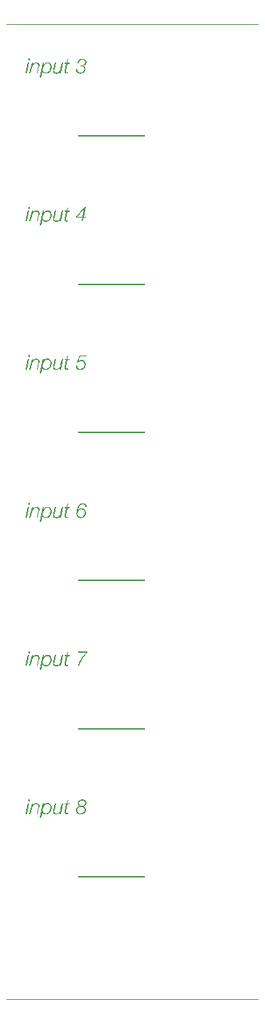
<source format=gbr>
G04 DipTrace 4.0.0.5*
G04 TopSilk.gbr*
%MOIN*%
G04 #@! TF.FileFunction,Legend,Top*
G04 #@! TF.Part,Single*
%FSLAX26Y26*%
G04*
G70*
G90*
G75*
G01*
G04 TopSilk*
%LPD*%
G36*
X1574804Y637462D2*
X393441Y637483D1*
X392941Y637635D1*
X392496Y637948D1*
X392168Y638381D1*
X391993Y638871D1*
X391978Y639415D1*
X392119Y639920D1*
X392421Y640374D1*
X392846Y640711D1*
X393332Y640896D1*
X393699Y640936D1*
X1575063Y640916D1*
X1575563Y640761D1*
X1576009Y640449D1*
X1576336Y640018D1*
X1576510Y639525D1*
X1576526Y638983D1*
X1576383Y638478D1*
X1576083Y638024D1*
X1575659Y637685D1*
X1575173Y637503D1*
X1574804Y637462D1*
G37*
G36*
X498925Y5029621D2*
X488127Y4979457D1*
X482105D1*
X492799Y5029621D1*
X498925D1*
G37*
G36*
X503102Y5048874D2*
X500966Y5039054D1*
X494843D1*
X496979Y5048874D1*
X503102D1*
G37*
G36*
X516420Y5029621D2*
X514672Y5020486D1*
X514869D1*
X516745Y5023463D1*
X519256Y5025978D1*
X522403Y5028020D1*
X525543Y5030062D1*
X528993Y5031079D1*
X532757D1*
X534955D1*
X536982Y5030822D1*
X538835Y5030304D1*
X540678Y5029783D1*
X542280Y5028988D1*
X543643Y5027919D1*
X545005Y5026854D1*
X546056Y5025457D1*
X546802Y5023741D1*
X547550Y5022025D1*
X547921Y5019963D1*
Y5017570D1*
Y5016206D1*
X547665Y5014224D1*
X547143Y5011635D1*
X540239Y4979457D1*
X534115D1*
X541113Y5011832D1*
X541308Y5012613D1*
X541472Y5013433D1*
X541601Y5014307D1*
X541731Y5015181D1*
X541798Y5016043D1*
Y5016885D1*
Y5018573D1*
X541507Y5019984D1*
X540924Y5021117D1*
X540340Y5022248D1*
X539560Y5023172D1*
X538589Y5023888D1*
X537613Y5024602D1*
X536495Y5025118D1*
X535234Y5025444D1*
X533971Y5025769D1*
X532656Y5025932D1*
X531293D1*
X529089D1*
X526954Y5025444D1*
X524877Y5024474D1*
X522802Y5023496D1*
X520898Y5022121D1*
X519139Y5020337D1*
X517391Y5018551D1*
X515871Y5016382D1*
X514577Y5013827D1*
X513273Y5011262D1*
X512304Y5008394D1*
X511661Y5005220D1*
X506113Y4979457D1*
X500091D1*
X510786Y5029621D1*
X516420D1*
G37*
G36*
X569115D2*
X567168Y5020581D1*
X567364D1*
X568865Y5022711D1*
X570356Y5024490D1*
X571934Y5026075D1*
X573604Y5027467D1*
X575003Y5028444D1*
X576121Y5029080D1*
X577315Y5029629D1*
X578584Y5030089D1*
X579930Y5030462D1*
X581843Y5030822D1*
X583887Y5031028D1*
X586752Y5031059D1*
X589042Y5030875D1*
X591165Y5030500D1*
X592807Y5030042D1*
X594333Y5029451D1*
X596025Y5028594D1*
X597318Y5027769D1*
X598510Y5026839D1*
X599598Y5025806D1*
X600587Y5024671D1*
X601469Y5023434D1*
X602383Y5021823D1*
X603143Y5020068D1*
X603833Y5017850D1*
X604323Y5015492D1*
X604636Y5012631D1*
X604689Y5009824D1*
X604508Y5006887D1*
X604087Y5003957D1*
X603423Y5001033D1*
X602518Y4998121D1*
X601392Y4995323D1*
X600291Y4993104D1*
X599037Y4990986D1*
X597633Y4988971D1*
X596089Y4987075D1*
X594413Y4985327D1*
X592609Y4983731D1*
X590673Y4982283D1*
X588612Y4980987D1*
X586877Y4980094D1*
X585070Y4979366D1*
X583190Y4978801D1*
X581240Y4978400D1*
X579219Y4978165D1*
X576236Y4978114D1*
X573382Y4978388D1*
X571083Y4978865D1*
X569154Y4979505D1*
X567579Y4980247D1*
X566311Y4981034D1*
X565155Y4981962D1*
X564118Y4983033D1*
X563197Y4984245D1*
X562522Y4985398D1*
X561970Y4986652D1*
X561483Y4988253D1*
X561240Y4989472D1*
X564196Y4991337D1*
D1*
X563719Y4992899D1*
X563391Y4994579D1*
X563199Y4996686D1*
X563235Y4999444D1*
X563707Y5003360D1*
X564734Y5007629D1*
X566083Y5011324D1*
X567697Y5014555D1*
X569648Y5017547D1*
X571454Y5019690D1*
X573482Y5021592D1*
X575727Y5023253D1*
X576520Y5023741D1*
X578173Y5024572D1*
X579913Y5025206D1*
X581740Y5025642D1*
X583898Y5025898D1*
X586138Y5025904D1*
X587969Y5025717D1*
X589381Y5025424D1*
X590688Y5025009D1*
X591891Y5024470D1*
X592992Y5023808D1*
X593799Y5023192D1*
X594539Y5022495D1*
X595213Y5021719D1*
X596104Y5020449D1*
X596857Y5019088D1*
X597475Y5017639D1*
X598024Y5015837D1*
X598385Y5013915D1*
X598558Y5011870D1*
X598525Y5009190D1*
X598045Y5005123D1*
X596986Y5000696D1*
X595665Y4997097D1*
X594077Y4993945D1*
X592285Y4991217D1*
X590505Y4989119D1*
X588503Y4987265D1*
X586274Y4985652D1*
X584668Y4984765D1*
X582974Y4984072D1*
X581190Y4983572D1*
X579076Y4983241D1*
X576757Y4983156D1*
X574622Y4983308D1*
X572930Y4983613D1*
X571364Y4984077D1*
X570157Y4984589D1*
X569037Y4985213D1*
X568008Y4985948D1*
X567066Y4986794D1*
X566215Y4987743D1*
X565469Y4988777D1*
X564828Y4989892D1*
X564196Y4991337D1*
X561240Y4989472D1*
X561045D1*
X554913Y4960983D1*
X548896D1*
X563572Y5029606D1*
X563593Y5029621D1*
X569115D1*
G37*
G36*
X642518Y4979457D2*
X644270Y4988598D1*
X644073D1*
X642193Y4985614D1*
X639677Y4983118D1*
X636538Y4981112D1*
X633392Y4979104D1*
X629940Y4978093D1*
X626181D1*
X623979D1*
X621957Y4978337D1*
X620105Y4978825D1*
X618261Y4979306D1*
X616654Y4980088D1*
X615297Y4981159D1*
X613934Y4982231D1*
X612878Y4983621D1*
X612136Y4985336D1*
X611392Y4987052D1*
X611020Y4989113D1*
Y4991514D1*
Y4992871D1*
X611277Y4994852D1*
X611791Y4997442D1*
X618696Y5029621D1*
X624819D1*
X617822Y4997245D1*
X617631Y4996472D1*
X617469Y4995644D1*
X617339Y4994770D1*
X617205Y4993895D1*
X617143Y4993034D1*
Y4992192D1*
Y4990572D1*
X617434Y4989181D1*
X618018Y4988016D1*
X618600Y4986849D1*
X619381Y4985906D1*
X620350Y4985193D1*
X621319Y4984482D1*
X622440Y4983959D1*
X623707Y4983634D1*
X624969Y4983315D1*
X626278Y4983152D1*
X627642D1*
X629912D1*
X632063Y4983634D1*
X634110Y4984610D1*
X636152Y4985580D1*
X638030Y4986955D1*
X639745Y4988740D1*
X641462Y4990525D1*
X642967Y4992694D1*
X644270Y4995259D1*
X645564Y4997815D1*
X646568Y5000684D1*
X647280Y5003856D1*
X652822Y5029621D1*
X658945D1*
X648156Y4979457D1*
X642518D1*
G37*
G36*
X674503Y5029621D2*
X677709Y5044791D1*
X683833D1*
X680626Y5029621D1*
X690636D1*
X689665Y5024474D1*
X679459D1*
X672556Y4992287D1*
X672298Y4991121D1*
X672114Y4990232D1*
X672021Y4989615D1*
X671924Y4988999D1*
X671878Y4988307D1*
Y4987526D1*
Y4986618D1*
X672114Y4985811D1*
X672604Y4985092D1*
X673091Y4984381D1*
X673920Y4984028D1*
X675085D1*
X677480D1*
X679879Y4984218D1*
X682281Y4984610D1*
X681210Y4979362D1*
X680171Y4979232D1*
X679133Y4979131D1*
X678097Y4979068D1*
X677058Y4979003D1*
X676022Y4978967D1*
X674984D1*
X673818D1*
X672684Y4979050D1*
X671585Y4979213D1*
X670482Y4979375D1*
X669491Y4979714D1*
X668615Y4980236D1*
X667741Y4980752D1*
X667049Y4981484D1*
X666526Y4982420D1*
X666012Y4983362D1*
X665748Y4984577D1*
Y4986068D1*
Y4986584D1*
X665801Y4987297D1*
X665896Y4988203D1*
X665991Y4989113D1*
X666175Y4990118D1*
X666430Y4991223D1*
X673335Y5024474D1*
X664289D1*
X665455Y5029621D1*
X674503D1*
G37*
G36*
X727392Y4988110D2*
X728109Y4987238D1*
X728896Y4986450D1*
X729757Y4985749D1*
X730688Y4985131D1*
X731694Y4984596D1*
X732773Y4984146D1*
X733921Y4983780D1*
X735146Y4983496D1*
X736440Y4983299D1*
X737808Y4983184D1*
X739147Y4983152D1*
X740525Y4983199D1*
X741867Y4983327D1*
X743178Y4983537D1*
X744455Y4983829D1*
X745698Y4984206D1*
X746907Y4984661D1*
X748064Y4985186D1*
X749169Y4985781D1*
X750222Y4986445D1*
X751222Y4987178D1*
X752169Y4987980D1*
X753047Y4988845D1*
X753854Y4989766D1*
X754589Y4990748D1*
X755252Y4991790D1*
X755841Y4992890D1*
X756350Y4994046D1*
X756764Y4995249D1*
X757077Y4996499D1*
X757291Y4997794D1*
X757406Y4999135D1*
X757424Y5000482D1*
X757356Y5001707D1*
X757209Y5002857D1*
X756976Y5003932D1*
X756661Y5004932D1*
X756264Y5005856D1*
X755794Y5006709D1*
X755265Y5007504D1*
X754675Y5008236D1*
X754028Y5008913D1*
X753322Y5009529D1*
X752556Y5010085D1*
X751744Y5010583D1*
X750892Y5011021D1*
X749996Y5011400D1*
X749056Y5011719D1*
X747572Y5012091D1*
X745490Y5012428D1*
X743301Y5012594D1*
X739000Y5012613D1*
X738963Y5012625D1*
X740018Y5017719D1*
X740045Y5017760D1*
X745486Y5017787D1*
X748370Y5017996D1*
X750688Y5018314D1*
X751814Y5018549D1*
X752898Y5018849D1*
X753938Y5019214D1*
X754934Y5019648D1*
X755888Y5020147D1*
X756794Y5020717D1*
X757631Y5021365D1*
X758404Y5022091D1*
X759112Y5022898D1*
X759752Y5023783D1*
X760046Y5024256D1*
X760320Y5024751D1*
X760567Y5025270D1*
X760787Y5025819D1*
X760983Y5026392D1*
X761152Y5026992D1*
X761411Y5028272D1*
X761563Y5029656D1*
X761613Y5031125D1*
X761572Y5032175D1*
X761455Y5033177D1*
X761262Y5034133D1*
X760993Y5035043D1*
X760648Y5035907D1*
X760235Y5036724D1*
X759772Y5037490D1*
X759265Y5038202D1*
X758709Y5038862D1*
X758109Y5039469D1*
X757461Y5040021D1*
X756415Y5040761D1*
X755278Y5041399D1*
X754051Y5041933D1*
X752741Y5042364D1*
X751390Y5042673D1*
X750001Y5042865D1*
X748577Y5042940D1*
X747550Y5042927D1*
X746220Y5042843D1*
X744949Y5042688D1*
X743736Y5042458D1*
X742581Y5042154D1*
X741483Y5041776D1*
X740446Y5041323D1*
X739466Y5040797D1*
X738545Y5040197D1*
X737681Y5039522D1*
X736877Y5038773D1*
X736126Y5037957D1*
X735428Y5037089D1*
X734778Y5036171D1*
X734181Y5035199D1*
X733634Y5034178D1*
X733135Y5033108D1*
X732688Y5031984D1*
X732293Y5030810D1*
X731945Y5029585D1*
X731648Y5028310D1*
X731402Y5026983D1*
X731261Y5026806D1*
X725248D1*
X725604Y5028560D1*
X726028Y5030248D1*
X726516Y5031870D1*
X727072Y5033425D1*
X727694Y5034913D1*
X728382Y5036335D1*
X729138Y5037690D1*
X729961Y5038979D1*
X730849Y5040202D1*
X731804Y5041358D1*
X732827Y5042448D1*
X733921Y5043449D1*
X735091Y5044356D1*
X736339Y5045163D1*
X737663Y5045871D1*
X739064Y5046482D1*
X740541Y5046995D1*
X742096Y5047409D1*
X743726Y5047727D1*
X745433Y5047945D1*
X747218Y5048067D1*
X749461Y5048079D1*
X751507Y5047930D1*
X752843Y5047741D1*
X754154Y5047480D1*
X755440Y5047146D1*
X756697Y5046738D1*
X757906Y5046260D1*
X759058Y5045714D1*
X760161Y5045100D1*
X761210Y5044417D1*
X762205Y5043665D1*
X763134Y5042840D1*
X763984Y5041942D1*
X764760Y5040972D1*
X765459Y5039929D1*
X766084Y5038815D1*
X766618Y5037630D1*
X767050Y5036377D1*
X767378Y5035054D1*
X767600Y5033661D1*
X767718Y5032199D1*
X767730Y5030816D1*
X767667Y5029663D1*
X767528Y5028538D1*
X767319Y5027442D1*
X767035Y5026377D1*
X766682Y5025339D1*
X766264Y5024341D1*
X765787Y5023390D1*
X765257Y5022483D1*
X764671Y5021623D1*
X764029Y5020810D1*
X763332Y5020042D1*
X762584Y5019319D1*
X761786Y5018643D1*
X760941Y5018013D1*
X759573Y5017156D1*
X758109Y5016406D1*
X756570Y5015782D1*
X754957Y5015282D1*
X753446Y5014944D1*
Y5014751D1*
X754736Y5014370D1*
X755583Y5014051D1*
X756387Y5013686D1*
X757147Y5013280D1*
X757866Y5012828D1*
X758543Y5012331D1*
X759176Y5011790D1*
X759769Y5011205D1*
X760316Y5010575D1*
X760822Y5009900D1*
X761286Y5009186D1*
X761705Y5008448D1*
X762080Y5007685D1*
X762415Y5006899D1*
X762707Y5006089D1*
X762954Y5005259D1*
X763161Y5004403D1*
X763325Y5003525D1*
X763445Y5002623D1*
X763524Y5001698D1*
X763558Y5000752D1*
X763510Y4998819D1*
X763327Y4996955D1*
X763008Y4995172D1*
X762799Y4994311D1*
X762558Y4993469D1*
X762281Y4992647D1*
X761971Y4991846D1*
X761255Y4990303D1*
X760437Y4988845D1*
X759525Y4987476D1*
X758524Y4986196D1*
X757428Y4985003D1*
X756241Y4983900D1*
X754978Y4982890D1*
X753647Y4981978D1*
X752248Y4981160D1*
X750786Y4980437D1*
X749257Y4979807D1*
X747668Y4979276D1*
X746050Y4978843D1*
X744411Y4978507D1*
X742749Y4978270D1*
X741064Y4978133D1*
X739310Y4978094D1*
X737197Y4978163D1*
X735198Y4978344D1*
X733315Y4978636D1*
X731550Y4979041D1*
X729899Y4979556D1*
X728361Y4980178D1*
X726936Y4980899D1*
X726265Y4981294D1*
X725621Y4981714D1*
X725008Y4982157D1*
X724419Y4982625D1*
X723862Y4983117D1*
X723331Y4983630D1*
X722829Y4984171D1*
X721904Y4985315D1*
X721079Y4986542D1*
X720350Y4987846D1*
X719722Y4989231D1*
X719192Y4990694D1*
X718761Y4992234D1*
X718421Y4993835D1*
X718169Y4995491D1*
X718009Y4997205D1*
X717934Y4998975D1*
X717951Y5000801D1*
X718041Y5001043D1*
X724080D1*
X724046Y4999786D1*
X724070Y4998388D1*
X724163Y4997042D1*
X724323Y4995747D1*
X724555Y4994501D1*
X724854Y4993308D1*
X725222Y4992167D1*
X725660Y4991076D1*
X726168Y4990034D1*
X726747Y4989047D1*
X727392Y4988110D1*
G37*
G36*
X498925Y4335176D2*
X488127Y4285012D1*
X482105D1*
X492799Y4335176D1*
X498925D1*
G37*
G36*
X503102Y4354429D2*
X500966Y4344610D1*
X494843D1*
X496979Y4354429D1*
X503102D1*
G37*
G36*
X516420Y4335176D2*
X514672Y4326042D1*
X514869D1*
X516745Y4329018D1*
X519256Y4331534D1*
X522403Y4333576D1*
X525543Y4335617D1*
X528993Y4336634D1*
X532757D1*
X534955D1*
X536982Y4336377D1*
X538835Y4335861D1*
X540678Y4335339D1*
X542280Y4334546D1*
X543643Y4333474D1*
X545005Y4332409D1*
X546056Y4331012D1*
X546802Y4329297D1*
X547550Y4327581D1*
X547921Y4325520D1*
Y4323125D1*
Y4321762D1*
X547665Y4319782D1*
X547143Y4317192D1*
X540239Y4285012D1*
X534115D1*
X541113Y4317388D1*
X541308Y4318168D1*
X541472Y4318988D1*
X541601Y4319864D1*
X541731Y4320738D1*
X541798Y4321600D1*
Y4322441D1*
Y4324129D1*
X541507Y4325539D1*
X540924Y4326672D1*
X540340Y4327804D1*
X539560Y4328727D1*
X538589Y4329446D1*
X537613Y4330157D1*
X536495Y4330673D1*
X535234Y4330999D1*
X533971Y4331324D1*
X532656Y4331487D1*
X531293D1*
X529089D1*
X526954Y4330999D1*
X524877Y4330029D1*
X522802Y4329052D1*
X520898Y4327676D1*
X519139Y4325892D1*
X517391Y4324109D1*
X515871Y4321938D1*
X514577Y4319382D1*
X513273Y4316819D1*
X512304Y4313950D1*
X511661Y4310776D1*
X506113Y4285012D1*
X500091D1*
X510786Y4335176D1*
X516420D1*
G37*
G36*
X569115D2*
X567168Y4326136D1*
X567364D1*
X568865Y4328268D1*
X570356Y4330045D1*
X571934Y4331630D1*
X573604Y4333022D1*
X575003Y4333999D1*
X576121Y4334635D1*
X577315Y4335184D1*
X578584Y4335644D1*
X579930Y4336018D1*
X581843Y4336379D1*
X583887Y4336583D1*
X586752Y4336614D1*
X589042Y4336430D1*
X591165Y4336055D1*
X592807Y4335597D1*
X594333Y4335007D1*
X596025Y4334151D1*
X597318Y4333324D1*
X598510Y4332395D1*
X599598Y4331361D1*
X600587Y4330226D1*
X601469Y4328991D1*
X602383Y4327378D1*
X603143Y4325623D1*
X603833Y4323407D1*
X604323Y4321049D1*
X604636Y4318186D1*
X604689Y4315379D1*
X604508Y4312442D1*
X604087Y4309512D1*
X603423Y4306588D1*
X602518Y4303677D1*
X601392Y4300879D1*
X600291Y4298659D1*
X599037Y4296542D1*
X597633Y4294528D1*
X596089Y4292631D1*
X594413Y4290883D1*
X592609Y4289287D1*
X590673Y4287840D1*
X588612Y4286542D1*
X586877Y4285650D1*
X585070Y4284921D1*
X583190Y4284357D1*
X581240Y4283957D1*
X579219Y4283720D1*
X576236Y4283669D1*
X573382Y4283944D1*
X571083Y4284420D1*
X569154Y4285060D1*
X567579Y4285802D1*
X566311Y4286589D1*
X565155Y4287517D1*
X564118Y4288588D1*
X563197Y4289801D1*
X562522Y4290953D1*
X561970Y4292209D1*
X561483Y4293808D1*
X561240Y4295029D1*
X564196Y4296892D1*
D1*
X563719Y4298454D1*
X563391Y4300134D1*
X563199Y4302241D1*
X563235Y4304999D1*
X563707Y4308916D1*
X564734Y4313184D1*
X566083Y4316879D1*
X567697Y4320112D1*
X569648Y4323102D1*
X571454Y4325245D1*
X573482Y4327147D1*
X575727Y4328808D1*
X576520Y4329298D1*
X578173Y4330129D1*
X579913Y4330762D1*
X581740Y4331198D1*
X583898Y4331453D1*
X586138Y4331459D1*
X587969Y4331272D1*
X589381Y4330979D1*
X590688Y4330564D1*
X591891Y4330026D1*
X592992Y4329365D1*
X593799Y4328747D1*
X594539Y4328050D1*
X595213Y4327276D1*
X596104Y4326004D1*
X596857Y4324643D1*
X597475Y4323194D1*
X598024Y4321392D1*
X598385Y4319470D1*
X598558Y4317427D1*
X598525Y4314747D1*
X598045Y4310678D1*
X596986Y4306252D1*
X595665Y4302652D1*
X594077Y4299501D1*
X592285Y4296772D1*
X590505Y4294676D1*
X588503Y4292820D1*
X586274Y4291209D1*
X584668Y4290322D1*
X582974Y4289629D1*
X581190Y4289129D1*
X579076Y4288797D1*
X576757Y4288713D1*
X574622Y4288864D1*
X572930Y4289168D1*
X571364Y4289634D1*
X570157Y4290144D1*
X569037Y4290768D1*
X568008Y4291503D1*
X567066Y4292349D1*
X566215Y4293301D1*
X565469Y4294333D1*
X564828Y4295448D1*
X564196Y4296892D1*
X561240Y4295029D1*
X561045D1*
X554913Y4266539D1*
X548896D1*
X563572Y4335163D1*
X563593Y4335176D1*
X569115D1*
G37*
G36*
X642518Y4285012D2*
X644270Y4294154D1*
X644073D1*
X642193Y4291171D1*
X639677Y4288675D1*
X636538Y4286667D1*
X633392Y4284660D1*
X629940Y4283650D1*
X626181D1*
X623979D1*
X621957Y4283894D1*
X620105Y4284382D1*
X618261Y4284864D1*
X616654Y4285643D1*
X615297Y4286714D1*
X613934Y4287786D1*
X612878Y4289176D1*
X612136Y4290892D1*
X611392Y4292608D1*
X611020Y4294669D1*
Y4297070D1*
Y4298427D1*
X611277Y4300407D1*
X611791Y4302997D1*
X618696Y4335176D1*
X624819D1*
X617822Y4302801D1*
X617631Y4302028D1*
X617469Y4301199D1*
X617339Y4300325D1*
X617205Y4299450D1*
X617143Y4298589D1*
Y4297748D1*
Y4296127D1*
X617434Y4294738D1*
X618018Y4293571D1*
X618600Y4292404D1*
X619381Y4291462D1*
X620350Y4290749D1*
X621319Y4290038D1*
X622440Y4289516D1*
X623707Y4289190D1*
X624969Y4288871D1*
X626278Y4288709D1*
X627642D1*
X629912D1*
X632063Y4289190D1*
X634110Y4290167D1*
X636152Y4291136D1*
X638030Y4292513D1*
X639745Y4294297D1*
X641462Y4296080D1*
X642967Y4298251D1*
X644270Y4300814D1*
X645564Y4303370D1*
X646568Y4306239D1*
X647280Y4309412D1*
X652822Y4335176D1*
X658945D1*
X648156Y4285012D1*
X642518D1*
G37*
G36*
X674503Y4335176D2*
X677709Y4350346D1*
X683833D1*
X680626Y4335176D1*
X690636D1*
X689665Y4330029D1*
X679459D1*
X672556Y4297843D1*
X672298Y4296677D1*
X672114Y4295789D1*
X672021Y4295171D1*
X671924Y4294554D1*
X671878Y4293862D1*
Y4293083D1*
Y4292173D1*
X672114Y4291366D1*
X672604Y4290648D1*
X673091Y4289936D1*
X673920Y4289583D1*
X675085D1*
X677480D1*
X679879Y4289773D1*
X682281Y4290167D1*
X681210Y4284917D1*
X680171Y4284789D1*
X679133Y4284686D1*
X678097Y4284626D1*
X677058Y4284558D1*
X676022Y4284524D1*
X674984D1*
X673818D1*
X672684Y4284605D1*
X671585Y4284768D1*
X670482Y4284930D1*
X669491Y4285270D1*
X668615Y4285793D1*
X667741Y4286307D1*
X667049Y4287039D1*
X666526Y4287976D1*
X666012Y4288919D1*
X665748Y4290133D1*
Y4291625D1*
Y4292139D1*
X665801Y4292852D1*
X665896Y4293761D1*
X665991Y4294669D1*
X666175Y4295673D1*
X666430Y4296778D1*
X673335Y4330029D1*
X664289D1*
X665455Y4335176D1*
X674503D1*
G37*
G36*
X765207Y4353067D2*
X755291Y4307080D1*
X765601D1*
X764434Y4301925D1*
X754222D1*
X750530Y4285012D1*
X744402D1*
X748097Y4301925D1*
X749168Y4307080D1*
D1*
X724084D1*
X756656Y4342568D1*
X756844Y4342371D1*
X749168Y4307080D1*
X748097Y4301925D1*
X717085D1*
X718054Y4307663D1*
X759769Y4353067D1*
X765207D1*
G37*
G36*
X498925Y3640732D2*
X488127Y3590568D1*
X482105D1*
X492799Y3640732D1*
X498925D1*
G37*
G36*
X503102Y3659986D2*
X500966Y3650165D1*
X494843D1*
X496979Y3659986D1*
X503102D1*
G37*
G36*
X516420Y3640732D2*
X514672Y3631597D1*
X514869D1*
X516745Y3634573D1*
X519256Y3637091D1*
X522403Y3639131D1*
X525543Y3641172D1*
X528993Y3642190D1*
X532757D1*
X534955D1*
X536982Y3641932D1*
X538835Y3641417D1*
X540678Y3640895D1*
X542280Y3640101D1*
X543643Y3639030D1*
X545005Y3637965D1*
X546056Y3636568D1*
X546802Y3634852D1*
X547550Y3633136D1*
X547921Y3631075D1*
Y3628681D1*
Y3627318D1*
X547665Y3625337D1*
X547143Y3622747D1*
X540239Y3590568D1*
X534115D1*
X541113Y3622944D1*
X541308Y3623722D1*
X541472Y3624545D1*
X541601Y3625419D1*
X541731Y3626294D1*
X541798Y3627155D1*
Y3627996D1*
Y3629685D1*
X541507Y3631094D1*
X540924Y3632227D1*
X540340Y3633360D1*
X539560Y3634282D1*
X538589Y3635001D1*
X537613Y3635714D1*
X536495Y3636227D1*
X535234Y3636554D1*
X533971Y3636879D1*
X532656Y3637042D1*
X531293D1*
X529089D1*
X526954Y3636554D1*
X524877Y3635584D1*
X522802Y3634608D1*
X520898Y3633231D1*
X519139Y3631448D1*
X517391Y3629664D1*
X515871Y3627493D1*
X514577Y3624937D1*
X513273Y3622374D1*
X512304Y3619505D1*
X511661Y3616332D1*
X506113Y3590568D1*
X500091D1*
X510786Y3640732D1*
X516420D1*
G37*
G36*
X569115D2*
X567168Y3631692D1*
X567364D1*
X568865Y3633823D1*
X570356Y3635600D1*
X571934Y3637184D1*
X573604Y3638579D1*
X575003Y3639552D1*
X576121Y3640190D1*
X577315Y3640740D1*
X578584Y3641201D1*
X579930Y3641573D1*
X581843Y3641934D1*
X583887Y3642138D1*
X586752Y3642169D1*
X589042Y3641986D1*
X591165Y3641612D1*
X592807Y3641152D1*
X594333Y3640562D1*
X596025Y3639706D1*
X597318Y3638879D1*
X598510Y3637950D1*
X599598Y3636917D1*
X600587Y3635781D1*
X601469Y3634546D1*
X602383Y3632934D1*
X603143Y3631180D1*
X603833Y3628962D1*
X604323Y3626604D1*
X604636Y3623743D1*
X604689Y3620934D1*
X604508Y3617997D1*
X604087Y3615067D1*
X603423Y3612143D1*
X602518Y3609232D1*
X601392Y3606434D1*
X600291Y3604214D1*
X599037Y3602097D1*
X597633Y3600081D1*
X596089Y3598186D1*
X594413Y3596440D1*
X592609Y3594843D1*
X590673Y3593395D1*
X588612Y3592097D1*
X586877Y3591206D1*
X585070Y3590476D1*
X583190Y3589912D1*
X581240Y3589510D1*
X579219Y3589276D1*
X576236Y3589226D1*
X573382Y3589499D1*
X571083Y3589976D1*
X569154Y3590615D1*
X567579Y3591358D1*
X566311Y3592144D1*
X565155Y3593073D1*
X564118Y3594144D1*
X563197Y3595357D1*
X562522Y3596508D1*
X561970Y3597765D1*
X561483Y3599365D1*
X561240Y3600584D1*
X564196Y3602448D1*
D1*
X563719Y3604010D1*
X563391Y3605689D1*
X563199Y3607798D1*
X563235Y3610554D1*
X563707Y3614471D1*
X564734Y3618740D1*
X566083Y3622436D1*
X567697Y3625665D1*
X569648Y3628659D1*
X571454Y3630801D1*
X573482Y3632703D1*
X575727Y3634364D1*
X576520Y3634853D1*
X578173Y3635684D1*
X579913Y3636318D1*
X581740Y3636755D1*
X583898Y3637009D1*
X586138Y3637014D1*
X587969Y3636827D1*
X589381Y3636535D1*
X590688Y3636119D1*
X591891Y3635581D1*
X592992Y3634920D1*
X593799Y3634302D1*
X594539Y3633606D1*
X595213Y3632832D1*
X596104Y3631559D1*
X596857Y3630199D1*
X597475Y3628751D1*
X598024Y3626949D1*
X598385Y3625026D1*
X598558Y3622982D1*
X598525Y3620302D1*
X598045Y3616234D1*
X596986Y3611807D1*
X595665Y3608206D1*
X594077Y3605058D1*
X592285Y3602327D1*
X590505Y3600230D1*
X588503Y3598375D1*
X586274Y3596764D1*
X584668Y3595877D1*
X582974Y3595184D1*
X581190Y3594684D1*
X579076Y3594352D1*
X576757Y3594268D1*
X574622Y3594419D1*
X572930Y3594723D1*
X571364Y3595189D1*
X570157Y3595701D1*
X569037Y3596323D1*
X568008Y3597058D1*
X567066Y3597906D1*
X566215Y3598856D1*
X565469Y3599888D1*
X564828Y3601003D1*
X564196Y3602448D1*
X561240Y3600584D1*
X561045D1*
X554913Y3572093D1*
X548896D1*
X563572Y3640719D1*
X563593Y3640732D1*
X569115D1*
G37*
G36*
X642518Y3590568D2*
X644270Y3599710D1*
X644073D1*
X642193Y3596726D1*
X639677Y3594230D1*
X636538Y3592223D1*
X633392Y3590215D1*
X629940Y3589205D1*
X626181D1*
X623979D1*
X621957Y3589449D1*
X620105Y3589936D1*
X618261Y3590419D1*
X616654Y3591198D1*
X615297Y3592270D1*
X613934Y3593341D1*
X612878Y3594732D1*
X612136Y3596448D1*
X611392Y3598161D1*
X611020Y3600224D1*
Y3602626D1*
Y3603980D1*
X611277Y3605962D1*
X611791Y3608552D1*
X618696Y3640732D1*
X624819D1*
X617822Y3608356D1*
X617631Y3607583D1*
X617469Y3606756D1*
X617339Y3605879D1*
X617205Y3605007D1*
X617143Y3604144D1*
Y3603303D1*
Y3601682D1*
X617434Y3600293D1*
X618018Y3599126D1*
X618600Y3597959D1*
X619381Y3597017D1*
X620350Y3596304D1*
X621319Y3595593D1*
X622440Y3595071D1*
X623707Y3594745D1*
X624969Y3594427D1*
X626278Y3594262D1*
X627642D1*
X629912D1*
X632063Y3594745D1*
X634110Y3595722D1*
X636152Y3596690D1*
X638030Y3598068D1*
X639745Y3599852D1*
X641462Y3601635D1*
X642967Y3603806D1*
X644270Y3606369D1*
X645564Y3608925D1*
X646568Y3611794D1*
X647280Y3614969D1*
X652822Y3640732D1*
X658945D1*
X648156Y3590568D1*
X642518D1*
G37*
G36*
X674503Y3640732D2*
X677709Y3655903D1*
X683833D1*
X680626Y3640732D1*
X690636D1*
X689665Y3635584D1*
X679459D1*
X672556Y3603398D1*
X672298Y3602232D1*
X672114Y3601344D1*
X672021Y3600727D1*
X671924Y3600110D1*
X671878Y3599417D1*
Y3598638D1*
Y3597730D1*
X672114Y3596923D1*
X672604Y3596203D1*
X673091Y3595491D1*
X673920Y3595139D1*
X675085D1*
X677480D1*
X679879Y3595328D1*
X682281Y3595722D1*
X681210Y3590472D1*
X680171Y3590344D1*
X679133Y3590243D1*
X678097Y3590181D1*
X677058Y3590113D1*
X676022Y3590080D1*
X674984D1*
X673818D1*
X672684Y3590161D1*
X671585Y3590324D1*
X670482Y3590487D1*
X669491Y3590824D1*
X668615Y3591348D1*
X667741Y3591864D1*
X667049Y3592596D1*
X666526Y3593531D1*
X666012Y3594474D1*
X665748Y3595688D1*
Y3597180D1*
Y3597696D1*
X665801Y3598407D1*
X665896Y3599316D1*
X665991Y3600224D1*
X666175Y3601228D1*
X666430Y3602333D1*
X673335Y3635584D1*
X664289D1*
X665455Y3640732D1*
X674503D1*
G37*
G36*
X768808Y3657745D2*
X767450Y3652138D1*
X767394Y3652112D1*
X737717D1*
X737646Y3651966D1*
X730404Y3630328D1*
X730598D1*
X731530Y3631193D1*
X732727Y3632123D1*
X734010Y3632940D1*
X735379Y3633640D1*
X736833Y3634227D1*
X738877Y3634840D1*
X740946Y3635283D1*
X743045Y3635563D1*
X745165Y3635677D1*
X746811Y3635647D1*
X748412Y3635503D1*
X749949Y3635245D1*
X751420Y3634873D1*
X752825Y3634387D1*
X754164Y3633790D1*
X755424Y3633108D1*
X756606Y3632340D1*
X757710Y3631492D1*
X758736Y3630562D1*
X759682Y3629549D1*
X760547Y3628461D1*
X761328Y3627302D1*
X762029Y3626072D1*
X762647Y3624770D1*
X763180Y3623398D1*
X763625Y3621971D1*
X763972Y3620495D1*
X764285Y3618455D1*
X764427Y3616333D1*
X764411Y3614358D1*
X764264Y3612194D1*
X763978Y3610105D1*
X763558Y3608087D1*
X763000Y3606138D1*
X762310Y3604265D1*
X761496Y3602486D1*
X760567Y3600807D1*
X759516Y3599228D1*
X758348Y3597752D1*
X757064Y3596374D1*
X755675Y3595106D1*
X754188Y3593953D1*
X752606Y3592913D1*
X750927Y3591991D1*
X749148Y3591182D1*
X747281Y3590501D1*
X745337Y3589963D1*
X743311Y3589567D1*
X741210Y3589318D1*
X739030Y3589207D1*
X736535Y3589266D1*
X734818Y3589430D1*
X733175Y3589701D1*
X731598Y3590072D1*
X730098Y3590549D1*
X728675Y3591126D1*
X727339Y3591795D1*
X726087Y3592556D1*
X724921Y3593412D1*
X723840Y3594361D1*
X722850Y3595402D1*
X721955Y3596529D1*
X721157Y3597743D1*
X720458Y3599042D1*
X719854Y3600428D1*
X719348Y3601898D1*
X718955Y3603436D1*
X718682Y3605043D1*
X718528Y3606720D1*
X718492Y3608465D1*
X718534Y3609668D1*
X718584Y3609822D1*
X724612D1*
X724656Y3609703D1*
X724567Y3607871D1*
X724579Y3606996D1*
X724629Y3606147D1*
X724717Y3605327D1*
X724843Y3604533D1*
X725005Y3603766D1*
X725205Y3603026D1*
X725446Y3602314D1*
X725722Y3601629D1*
X726035Y3600970D1*
X726390Y3600340D1*
X726781Y3599736D1*
X727209Y3599160D1*
X727675Y3598610D1*
X728177Y3598089D1*
X728709Y3597598D1*
X729269Y3597143D1*
X729856Y3596720D1*
X730471Y3596331D1*
X731113Y3595976D1*
X731781Y3595655D1*
X732478Y3595366D1*
X733199Y3595112D1*
X733951Y3594890D1*
X734730Y3594702D1*
X735537Y3594547D1*
X737231Y3594339D1*
X739034Y3594262D1*
X740731Y3594319D1*
X742316Y3594497D1*
X743839Y3594795D1*
X745294Y3595215D1*
X746686Y3595757D1*
X748016Y3596413D1*
X749270Y3597157D1*
X750455Y3597986D1*
X751564Y3598900D1*
X752604Y3599900D1*
X753570Y3600982D1*
X754450Y3602129D1*
X755247Y3603336D1*
X755955Y3604604D1*
X756580Y3605932D1*
X757114Y3607320D1*
X757551Y3608748D1*
X757888Y3610209D1*
X758185Y3612205D1*
X758302Y3614256D1*
X758276Y3615811D1*
X758134Y3617524D1*
X757873Y3619150D1*
X757491Y3620686D1*
X757257Y3621423D1*
X756993Y3622136D1*
X756697Y3622829D1*
X756373Y3623499D1*
X756020Y3624147D1*
X755635Y3624774D1*
X755222Y3625379D1*
X754777Y3625962D1*
X754302Y3626518D1*
X753794Y3627038D1*
X753255Y3627524D1*
X752682Y3627972D1*
X752079Y3628385D1*
X751445Y3628760D1*
X750774Y3629100D1*
X750075Y3629403D1*
X749344Y3629671D1*
X748579Y3629902D1*
X747781Y3630096D1*
X746951Y3630253D1*
X746089Y3630375D1*
X745196Y3630462D1*
X743357Y3630525D1*
X741592Y3630455D1*
X739877Y3630257D1*
X738213Y3629929D1*
X736597Y3629472D1*
X735034Y3628886D1*
X734028Y3628416D1*
X733070Y3627858D1*
X732164Y3627219D1*
X731310Y3626491D1*
X730505Y3625677D1*
X729753Y3624778D1*
X729052Y3623793D1*
X728402Y3622722D1*
X728314Y3622655D1*
X722954Y3623136D1*
X722924Y3623167D1*
X734080Y3657688D1*
X734261Y3657745D1*
X768808D1*
G37*
G36*
X498925Y2946287D2*
X488127Y2896130D1*
X482105D1*
X492799Y2946287D1*
X498925D1*
G37*
G36*
X503102Y2965541D2*
X500966Y2955720D1*
X494843D1*
X496979Y2965541D1*
X503102D1*
G37*
G36*
X516420Y2946287D2*
X514672Y2937152D1*
X514869D1*
X516745Y2940130D1*
X519256Y2942644D1*
X522403Y2944686D1*
X525543Y2946728D1*
X528993Y2947745D1*
X532757D1*
X534955D1*
X536982Y2947488D1*
X538835Y2946971D1*
X540678Y2946450D1*
X542280Y2945655D1*
X543643Y2944585D1*
X545005Y2943521D1*
X546056Y2942123D1*
X546802Y2940408D1*
X547550Y2938692D1*
X547921Y2936630D1*
Y2934236D1*
Y2932873D1*
X547665Y2930891D1*
X547143Y2928302D1*
X540239Y2896130D1*
X534115D1*
X541113Y2928499D1*
X541308Y2929280D1*
X541472Y2930100D1*
X541601Y2930974D1*
X541731Y2931848D1*
X541798Y2932710D1*
Y2933551D1*
Y2935240D1*
X541507Y2936651D1*
X540924Y2937783D1*
X540340Y2938915D1*
X539560Y2939839D1*
X538589Y2940555D1*
X537613Y2941269D1*
X536495Y2941785D1*
X535234Y2942110D1*
X533971Y2942436D1*
X532656Y2942598D1*
X531293D1*
X529089D1*
X526954Y2942110D1*
X524877Y2941140D1*
X522802Y2940163D1*
X520898Y2938787D1*
X519139Y2937004D1*
X517391Y2935218D1*
X515871Y2933049D1*
X514577Y2930493D1*
X513273Y2927929D1*
X512304Y2925060D1*
X511661Y2921887D1*
X506113Y2896130D1*
X500091D1*
X510786Y2946287D1*
X516420D1*
G37*
G36*
X569115D2*
X567168Y2937248D1*
X567364D1*
X568865Y2939378D1*
X570356Y2941156D1*
X571934Y2942741D1*
X573604Y2944134D1*
X575003Y2945110D1*
X576121Y2945747D1*
X577315Y2946295D1*
X578584Y2946756D1*
X579930Y2947129D1*
X581843Y2947488D1*
X583887Y2947694D1*
X586752Y2947726D1*
X589042Y2947542D1*
X591165Y2947167D1*
X592807Y2946709D1*
X594333Y2946118D1*
X596025Y2945261D1*
X597318Y2944436D1*
X598510Y2943505D1*
X599598Y2942472D1*
X600587Y2941337D1*
X601469Y2940101D1*
X602383Y2938490D1*
X603143Y2936735D1*
X603833Y2934517D1*
X604323Y2932159D1*
X604636Y2929298D1*
X604689Y2926491D1*
X604508Y2923554D1*
X604087Y2920623D1*
X603423Y2917702D1*
X602518Y2914793D1*
X601392Y2911996D1*
X600291Y2909777D1*
X599037Y2907657D1*
X597633Y2905644D1*
X596089Y2903747D1*
X594413Y2902001D1*
X592609Y2900403D1*
X590673Y2898954D1*
X588612Y2897654D1*
X586877Y2896761D1*
X585070Y2896033D1*
X583190Y2895467D1*
X581240Y2895067D1*
X579219Y2894832D1*
X576236Y2894781D1*
X573382Y2895060D1*
X571083Y2895537D1*
X569154Y2896175D1*
X567579Y2896920D1*
X566311Y2897707D1*
X565155Y2898634D1*
X564118Y2899702D1*
X563197Y2900919D1*
X562522Y2902068D1*
X561970Y2903324D1*
X561483Y2904923D1*
X561240Y2906139D1*
X564196Y2908008D1*
D1*
X563719Y2909568D1*
X563391Y2911247D1*
X563199Y2913353D1*
X563235Y2916113D1*
X563707Y2920029D1*
X564734Y2924295D1*
X566083Y2927991D1*
X567697Y2931222D1*
X569648Y2934214D1*
X571454Y2936357D1*
X573482Y2938259D1*
X575727Y2939920D1*
X576520Y2940408D1*
X578173Y2941239D1*
X579913Y2941873D1*
X581740Y2942308D1*
X583898Y2942564D1*
X586138Y2942571D1*
X587969Y2942383D1*
X589381Y2942091D1*
X590688Y2941676D1*
X591891Y2941136D1*
X592992Y2940475D1*
X593799Y2939858D1*
X594539Y2939161D1*
X595213Y2938386D1*
X596104Y2937115D1*
X596857Y2935755D1*
X597475Y2934306D1*
X598024Y2932504D1*
X598385Y2930581D1*
X598558Y2928537D1*
X598510Y2925634D1*
X598003Y2921559D1*
X596913Y2917133D1*
X595571Y2913551D1*
X593958Y2910413D1*
X592146Y2907702D1*
X590348Y2905629D1*
X588325Y2903794D1*
X586079Y2902205D1*
X584461Y2901341D1*
X582756Y2900671D1*
X580959Y2900193D1*
X579076Y2899909D1*
X576757Y2899823D1*
X574622Y2899975D1*
X572930Y2900281D1*
X571364Y2900748D1*
X570157Y2901260D1*
X569037Y2901885D1*
X568008Y2902619D1*
X567066Y2903467D1*
X566215Y2904417D1*
X565469Y2905450D1*
X564828Y2906564D1*
X564196Y2908008D1*
X561240Y2906139D1*
X561045D1*
X554913Y2877656D1*
X548896D1*
X563572Y2946273D1*
X563593Y2946287D1*
X569115D1*
G37*
G36*
X642518Y2896130D2*
X644270Y2905272D1*
X644073D1*
X642193Y2902287D1*
X639677Y2899791D1*
X636538Y2897785D1*
X633392Y2895777D1*
X629940Y2894760D1*
X626181D1*
X623979D1*
X621957Y2895004D1*
X620105Y2895492D1*
X618261Y2895980D1*
X616654Y2896755D1*
X615297Y2897825D1*
X613934Y2898898D1*
X612878Y2900294D1*
X612136Y2902003D1*
X611392Y2903726D1*
X611020Y2905787D1*
Y2908188D1*
Y2909545D1*
X611277Y2911525D1*
X611791Y2914115D1*
X618696Y2946287D1*
X624819D1*
X617822Y2913912D1*
X617631Y2913139D1*
X617469Y2912311D1*
X617339Y2911444D1*
X617205Y2910562D1*
X617143Y2909707D1*
Y2908866D1*
Y2907239D1*
X617434Y2905856D1*
X618018Y2904689D1*
X618600Y2903521D1*
X619381Y2902572D1*
X620350Y2901867D1*
X621319Y2901148D1*
X622440Y2900633D1*
X623707Y2900307D1*
X624969Y2899982D1*
X626278Y2899819D1*
X627642D1*
X629912D1*
X632063Y2900307D1*
X634110Y2901285D1*
X636152Y2902247D1*
X638030Y2903631D1*
X639745Y2905407D1*
X641462Y2907197D1*
X642967Y2909367D1*
X644270Y2911932D1*
X645564Y2914482D1*
X646568Y2917357D1*
X647280Y2920522D1*
X652822Y2946287D1*
X658945D1*
X648156Y2896130D1*
X642518D1*
G37*
G36*
X674503Y2946287D2*
X677709Y2961458D1*
X683833D1*
X680626Y2946287D1*
X690636D1*
X689665Y2941140D1*
X679459D1*
X672556Y2908959D1*
X672298Y2907794D1*
X672114Y2906899D1*
X672021Y2906289D1*
X671924Y2905665D1*
X671878Y2904974D1*
Y2904201D1*
Y2903291D1*
X672114Y2902478D1*
X672604Y2901759D1*
X673091Y2901054D1*
X673920Y2900701D1*
X675085D1*
X677480D1*
X679879Y2900891D1*
X682281Y2901285D1*
X681210Y2896035D1*
X680171Y2895899D1*
X679133Y2895803D1*
X678097Y2895735D1*
X677058Y2895669D1*
X676022Y2895642D1*
X674984D1*
X673818D1*
X672684Y2895723D1*
X671585Y2895886D1*
X670482Y2896049D1*
X669491Y2896388D1*
X668615Y2896903D1*
X667741Y2897419D1*
X667049Y2898151D1*
X666526Y2899087D1*
X666012Y2900037D1*
X665748Y2901244D1*
Y2902735D1*
Y2903251D1*
X665801Y2903970D1*
X665896Y2904878D1*
X665991Y2905787D1*
X666175Y2906791D1*
X666430Y2907890D1*
X673335Y2941140D1*
X664289D1*
X665455Y2946287D1*
X674503D1*
G37*
G36*
X750919Y2959606D2*
X749654Y2959566D1*
X748438Y2959450D1*
X747266Y2959255D1*
X746142Y2958979D1*
X745063Y2958626D1*
X744029Y2958196D1*
X743042Y2957685D1*
X742101Y2957096D1*
X740766Y2956081D1*
X739510Y2954971D1*
X738325Y2953773D1*
X737215Y2952484D1*
X736180Y2951109D1*
X734912Y2949138D1*
X733224Y2946003D1*
X731772Y2942717D1*
X728735Y2933307D1*
X728070Y2930832D1*
X728266D1*
X730894Y2928614D1*
D1*
X732377Y2930323D1*
X733875Y2931678D1*
X735528Y2932857D1*
X737335Y2933857D1*
X738823Y2934466D1*
X740382Y2934908D1*
X742247Y2935213D1*
X744173Y2935301D1*
X746630Y2935131D1*
X748759Y2934713D1*
X750761Y2934045D1*
X752597Y2933148D1*
X754112Y2932146D1*
X755472Y2930963D1*
X756547Y2929751D1*
X757466Y2928404D1*
X758303Y2926749D1*
X758881Y2925123D1*
X759260Y2923386D1*
X759457Y2921325D1*
X759382Y2918412D1*
X758978Y2915437D1*
X758247Y2912537D1*
X757375Y2910252D1*
X756264Y2908139D1*
X754917Y2906189D1*
X753671Y2904778D1*
X752286Y2903520D1*
X750761Y2902412D1*
X748878Y2901352D1*
X747298Y2900706D1*
X745613Y2900236D1*
X743825Y2899941D1*
X741657Y2899819D1*
X739472Y2899942D1*
X737647Y2900273D1*
X735944Y2900814D1*
X734366Y2901554D1*
X732781Y2902562D1*
X731505Y2903634D1*
X730379Y2904857D1*
X729297Y2906364D1*
X728311Y2908196D1*
X727545Y2910202D1*
X727020Y2912328D1*
X726736Y2914762D1*
X726764Y2917448D1*
X727101Y2919993D1*
X727736Y2922492D1*
X728568Y2924689D1*
X729621Y2926730D1*
X730894Y2928614D1*
X728266Y2930832D1*
X729231Y2932287D1*
X729984Y2933259D1*
X730787Y2934171D1*
X731647Y2935024D1*
X732556Y2935819D1*
X733517Y2936554D1*
X734534Y2937230D1*
X735602Y2937848D1*
X737276Y2938656D1*
X738997Y2939316D1*
X740765Y2939824D1*
X742581Y2940184D1*
X744441Y2940395D1*
X746311Y2940454D1*
X748333Y2940353D1*
X749787Y2940167D1*
X751190Y2939881D1*
X752535Y2939500D1*
X753831Y2939022D1*
X755469Y2938245D1*
X756993Y2937341D1*
X758403Y2936314D1*
X759696Y2935159D1*
X760592Y2934211D1*
X761673Y2932846D1*
X762630Y2931374D1*
X763462Y2929791D1*
X764171Y2928097D1*
X764745Y2926316D1*
X765173Y2924483D1*
X765454Y2922598D1*
X765587Y2920661D1*
X765567Y2918356D1*
X765356Y2915892D1*
X765068Y2914114D1*
X764673Y2912390D1*
X764171Y2910720D1*
X763560Y2909108D1*
X762858Y2907570D1*
X762067Y2906109D1*
X761188Y2904728D1*
X760223Y2903425D1*
X759168Y2902202D1*
X758025Y2901063D1*
X756803Y2900014D1*
X755501Y2899051D1*
X754119Y2898178D1*
X752659Y2897394D1*
X750587Y2896487D1*
X748955Y2895921D1*
X747266Y2895467D1*
X745517Y2895125D1*
X743707Y2894894D1*
X741203Y2894762D1*
X738836Y2894825D1*
X737171Y2894995D1*
X735585Y2895266D1*
X734081Y2895642D1*
X732659Y2896118D1*
X731314Y2896698D1*
X730047Y2897361D1*
X728866Y2898109D1*
X727766Y2898938D1*
X726752Y2899852D1*
X725818Y2900845D1*
X724963Y2901919D1*
X724188Y2903063D1*
X723270Y2904692D1*
X722492Y2906441D1*
X721848Y2908306D1*
X721337Y2910278D1*
X720885Y2912864D1*
X720636Y2915583D1*
X720594Y2918768D1*
X720806Y2922966D1*
X721289Y2927345D1*
X722222Y2932837D1*
X723081Y2936539D1*
X724157Y2940155D1*
X725446Y2943686D1*
X726954Y2947131D1*
X728491Y2950052D1*
X730461Y2953133D1*
X732373Y2955633D1*
X734156Y2957576D1*
X736067Y2959319D1*
X737761Y2960614D1*
X739563Y2961747D1*
X741483Y2962722D1*
X743517Y2963529D1*
X745227Y2964038D1*
X747010Y2964415D1*
X748866Y2964654D1*
X751287Y2964761D1*
X753252Y2964703D1*
X755134Y2964529D1*
X756917Y2964238D1*
X758602Y2963827D1*
X760186Y2963299D1*
X760942Y2962991D1*
X761671Y2962654D1*
X762378Y2962287D1*
X763056Y2961891D1*
X763714Y2961465D1*
X764344Y2961010D1*
X764950Y2960525D1*
X765528Y2960010D1*
X766073Y2959465D1*
X766584Y2958888D1*
X767060Y2958280D1*
X767503Y2957639D1*
X767911Y2956969D1*
X768286Y2956264D1*
X768626Y2955531D1*
X768932Y2954766D1*
X769203Y2953970D1*
X769444Y2953140D1*
X769648Y2952281D1*
X769819Y2951390D1*
X770056Y2949513D1*
X770159Y2947509D1*
X770151Y2946971D1*
X764075D1*
X764028Y2947324D1*
X763921Y2948724D1*
X763731Y2950043D1*
X763459Y2951277D1*
X763102Y2952424D1*
X762664Y2953487D1*
X762143Y2954465D1*
X761538Y2955357D1*
X760850Y2956164D1*
X760077Y2956887D1*
X759224Y2957524D1*
X758287Y2958076D1*
X757266Y2958543D1*
X756163Y2958927D1*
X754976Y2959224D1*
X753707Y2959437D1*
X752354Y2959564D1*
X750919Y2959606D1*
G37*
G36*
X498925Y2251843D2*
X488127Y2201685D1*
X482105D1*
X492799Y2251843D1*
X498925D1*
G37*
G36*
X503102Y2271102D2*
X500966Y2261283D1*
X494843D1*
X496979Y2271102D1*
X503102D1*
G37*
G36*
X516420Y2251843D2*
X514672Y2242714D1*
X514869D1*
X516745Y2245685D1*
X519256Y2248209D1*
X522403Y2250241D1*
X525543Y2252290D1*
X528993Y2253308D1*
X532757D1*
X534955D1*
X536982Y2253050D1*
X538835Y2252533D1*
X540678Y2252005D1*
X542280Y2251219D1*
X543643Y2250147D1*
X545005Y2249076D1*
X546056Y2247678D1*
X546802Y2245970D1*
X547550Y2244248D1*
X547921Y2242185D1*
Y2239799D1*
Y2238429D1*
X547665Y2236449D1*
X547143Y2233858D1*
X540239Y2201685D1*
X534115D1*
X541113Y2234062D1*
X541308Y2234835D1*
X541472Y2235661D1*
X541601Y2236530D1*
X541731Y2237412D1*
X541798Y2238265D1*
Y2239106D1*
Y2240802D1*
X541507Y2242213D1*
X540924Y2243339D1*
X540340Y2244478D1*
X539560Y2245400D1*
X538589Y2246119D1*
X537613Y2246824D1*
X536495Y2247340D1*
X535234Y2247665D1*
X533971Y2247991D1*
X532656Y2248152D1*
X531293D1*
X529089D1*
X526954Y2247665D1*
X524877Y2246702D1*
X522802Y2245724D1*
X520898Y2244343D1*
X519139Y2242566D1*
X517391Y2240776D1*
X515871Y2238605D1*
X514577Y2236055D1*
X513273Y2233492D1*
X512304Y2230617D1*
X511661Y2227442D1*
X506113Y2201685D1*
X500091D1*
X510786Y2251843D1*
X516420D1*
G37*
G36*
X569115D2*
X567168Y2242810D1*
X567364D1*
X568865Y2244940D1*
X570356Y2246717D1*
X571934Y2248301D1*
X573604Y2249694D1*
X575003Y2250672D1*
X576121Y2251308D1*
X577315Y2251857D1*
X578584Y2252319D1*
X579930Y2252690D1*
X581843Y2253052D1*
X583887Y2253257D1*
X586752Y2253287D1*
X589042Y2253104D1*
X591165Y2252730D1*
X592807Y2252270D1*
X594333Y2251680D1*
X596025Y2250823D1*
X597318Y2249995D1*
X598510Y2249066D1*
X599598Y2248034D1*
X600587Y2246896D1*
X601469Y2245659D1*
X602383Y2244047D1*
X603143Y2242294D1*
X603833Y2240080D1*
X604323Y2237719D1*
X604636Y2234857D1*
X604689Y2232051D1*
X604508Y2229114D1*
X604087Y2226182D1*
X603423Y2223259D1*
X602518Y2220349D1*
X601392Y2217552D1*
X600291Y2215332D1*
X599037Y2213215D1*
X597633Y2211201D1*
X596089Y2209304D1*
X594413Y2207556D1*
X592609Y2205959D1*
X590673Y2204509D1*
X588612Y2203207D1*
X586877Y2202316D1*
X585070Y2201588D1*
X583190Y2201024D1*
X581240Y2200622D1*
X579219Y2200387D1*
X576236Y2200337D1*
X573382Y2200615D1*
X571083Y2201092D1*
X569154Y2201731D1*
X567579Y2202475D1*
X566311Y2203261D1*
X565155Y2204189D1*
X564118Y2205259D1*
X563197Y2206474D1*
X562522Y2207623D1*
X561970Y2208878D1*
X561483Y2210476D1*
X561240Y2211696D1*
X564196Y2213562D1*
D1*
X563719Y2215123D1*
X563391Y2216801D1*
X563199Y2218908D1*
X563235Y2221668D1*
X563707Y2225584D1*
X564734Y2229849D1*
X566083Y2233546D1*
X567697Y2236778D1*
X569648Y2239769D1*
X571454Y2241913D1*
X573482Y2243816D1*
X575727Y2245482D1*
X576520Y2245969D1*
X578173Y2246797D1*
X579913Y2247429D1*
X581740Y2247865D1*
X583898Y2248121D1*
X586138Y2248126D1*
X587969Y2247938D1*
X589381Y2247647D1*
X590688Y2247234D1*
X591891Y2246697D1*
X592992Y2246037D1*
X593799Y2245420D1*
X594539Y2244724D1*
X595213Y2243949D1*
X596104Y2242675D1*
X596857Y2241314D1*
X597475Y2239865D1*
X598024Y2238063D1*
X598385Y2236139D1*
X598558Y2234094D1*
X598510Y2231194D1*
X598003Y2227118D1*
X596913Y2222688D1*
X595571Y2219106D1*
X593958Y2215969D1*
X592146Y2213257D1*
X590348Y2211184D1*
X588325Y2209350D1*
X586079Y2207760D1*
X584461Y2206895D1*
X582756Y2206226D1*
X580959Y2205748D1*
X579076Y2205465D1*
X576757Y2205379D1*
X574622Y2205531D1*
X572930Y2205835D1*
X571364Y2206303D1*
X570157Y2206815D1*
X569037Y2207440D1*
X568008Y2208176D1*
X567066Y2209021D1*
X566215Y2209974D1*
X565469Y2211005D1*
X564828Y2212119D1*
X564196Y2213562D1*
X561240Y2211696D1*
X561045D1*
X554913Y2183213D1*
X548896D1*
X563572Y2251829D1*
X563593Y2251843D1*
X569115D1*
G37*
G36*
X642518Y2201685D2*
X644270Y2210827D1*
X644073D1*
X642193Y2207844D1*
X639677Y2205348D1*
X636538Y2203339D1*
X633392Y2201332D1*
X629940Y2200316D1*
X626181D1*
X623979D1*
X621957Y2200560D1*
X620105Y2201049D1*
X618261Y2201537D1*
X616654Y2202310D1*
X615297Y2203381D1*
X613934Y2204453D1*
X612878Y2205849D1*
X612136Y2207558D1*
X611392Y2209281D1*
X611020Y2211343D1*
Y2213744D1*
Y2215100D1*
X611277Y2217080D1*
X611791Y2219671D1*
X618696Y2251843D1*
X624819D1*
X617822Y2219466D1*
X617631Y2218694D1*
X617469Y2217865D1*
X617339Y2216997D1*
X617205Y2216117D1*
X617143Y2215261D1*
Y2214421D1*
Y2212794D1*
X617434Y2211409D1*
X618018Y2210244D1*
X618600Y2209077D1*
X619381Y2208129D1*
X620350Y2207421D1*
X621319Y2206705D1*
X622440Y2206189D1*
X623707Y2205864D1*
X624969Y2205538D1*
X626278Y2205375D1*
X627642D1*
X629912D1*
X632063Y2205864D1*
X634110Y2206839D1*
X636152Y2207802D1*
X638030Y2209186D1*
X639745Y2210963D1*
X641462Y2212753D1*
X642967Y2214923D1*
X644270Y2217487D1*
X645564Y2220037D1*
X646568Y2222911D1*
X647280Y2226087D1*
X652822Y2251843D1*
X658945D1*
X648156Y2201685D1*
X642518D1*
G37*
G36*
X674503Y2251843D2*
X677709Y2267021D1*
X683833D1*
X680626Y2251843D1*
X690636D1*
X689665Y2246702D1*
X679459D1*
X672556Y2214517D1*
X672298Y2213350D1*
X672114Y2212455D1*
X672021Y2211844D1*
X671924Y2211219D1*
X671878Y2210529D1*
Y2209756D1*
Y2208848D1*
X672114Y2208033D1*
X672604Y2207315D1*
X673091Y2206608D1*
X673920Y2206256D1*
X675085D1*
X677480D1*
X679879Y2206446D1*
X682281Y2206839D1*
X681210Y2201591D1*
X680171Y2201454D1*
X679133Y2201360D1*
X678097Y2201293D1*
X677058Y2201223D1*
X676022Y2201197D1*
X674984D1*
X673818D1*
X672684Y2201278D1*
X671585Y2201441D1*
X670482Y2201602D1*
X669491Y2201942D1*
X668615Y2202459D1*
X667741Y2202972D1*
X667049Y2203706D1*
X666526Y2204643D1*
X666012Y2205591D1*
X665748Y2206798D1*
Y2208290D1*
Y2208806D1*
X665801Y2209525D1*
X665896Y2210434D1*
X665991Y2211343D1*
X666175Y2212346D1*
X666430Y2213445D1*
X673335Y2246702D1*
X664289D1*
X665455Y2251843D1*
X674503D1*
G37*
G36*
X772600Y2268865D2*
X771332Y2263615D1*
X766407Y2258747D1*
X761951Y2253701D1*
X757965Y2248453D1*
X753984Y2243189D1*
X750395Y2237845D1*
X747222Y2232407D1*
X744109Y2226953D1*
X741438Y2221651D1*
X739199Y2216455D1*
X736967Y2211276D1*
X735136Y2206352D1*
X733705Y2201685D1*
X726904D1*
X728783Y2207966D1*
X731000Y2213744D1*
X733563Y2218992D1*
X736121Y2224241D1*
X739022Y2229449D1*
X742265Y2234644D1*
X748808Y2245142D1*
X756331Y2254664D1*
X764820Y2263223D1*
X727778D1*
X729143Y2268865D1*
X772600D1*
G37*
G36*
X498925Y1557399D2*
X488127Y1507241D1*
X482105D1*
X492799Y1557399D1*
X498925D1*
G37*
G36*
X503102Y1576659D2*
X500966Y1566837D1*
X494843D1*
X496979Y1576659D1*
X503102D1*
G37*
G36*
X516420Y1557399D2*
X514672Y1548270D1*
X514869D1*
X516745Y1551240D1*
X519256Y1553764D1*
X522403Y1555798D1*
X525543Y1557845D1*
X528993Y1558864D1*
X532757D1*
X534955D1*
X536982Y1558606D1*
X538835Y1558091D1*
X540678Y1557562D1*
X542280Y1556774D1*
X543643Y1555702D1*
X545005Y1554630D1*
X546056Y1553235D1*
X546802Y1551526D1*
X547550Y1549803D1*
X547921Y1547741D1*
Y1545354D1*
Y1543984D1*
X547665Y1542004D1*
X547143Y1539413D1*
X540239Y1507241D1*
X534115D1*
X541113Y1539617D1*
X541308Y1540388D1*
X541472Y1541218D1*
X541601Y1542085D1*
X541731Y1542967D1*
X541798Y1543822D1*
Y1544663D1*
Y1546358D1*
X541507Y1547768D1*
X540924Y1548894D1*
X540340Y1550034D1*
X539560Y1550955D1*
X538589Y1551675D1*
X537613Y1552381D1*
X536495Y1552894D1*
X535234Y1553220D1*
X533971Y1553545D1*
X532656Y1553709D1*
X531293D1*
X529089D1*
X526954Y1553220D1*
X524877Y1552259D1*
X522802Y1551281D1*
X520898Y1549898D1*
X519139Y1548121D1*
X517391Y1546329D1*
X515871Y1544160D1*
X514577Y1541610D1*
X513273Y1539046D1*
X512304Y1536172D1*
X511661Y1532999D1*
X506113Y1507241D1*
X500091D1*
X510786Y1557399D1*
X516420D1*
G37*
G36*
X569115D2*
X567168Y1548365D1*
X567364D1*
X568865Y1550495D1*
X570356Y1552270D1*
X571934Y1553856D1*
X573604Y1555248D1*
X575003Y1556227D1*
X576121Y1556865D1*
X577315Y1557413D1*
X578584Y1557874D1*
X579930Y1558247D1*
X581843Y1558608D1*
X583887Y1558812D1*
X586752Y1558843D1*
X589042Y1558659D1*
X591165Y1558285D1*
X592807Y1557827D1*
X594333Y1557235D1*
X596025Y1556377D1*
X597318Y1555551D1*
X598510Y1554621D1*
X599598Y1553589D1*
X600587Y1552453D1*
X601469Y1551215D1*
X602383Y1549601D1*
X603143Y1547850D1*
X603833Y1545634D1*
X604323Y1543274D1*
X604636Y1540412D1*
X604689Y1537608D1*
X604508Y1534668D1*
X604087Y1531738D1*
X603423Y1528814D1*
X602518Y1525904D1*
X601392Y1523108D1*
X600291Y1520888D1*
X599037Y1518769D1*
X597633Y1516756D1*
X596089Y1514858D1*
X594413Y1513113D1*
X592609Y1511514D1*
X590673Y1510064D1*
X588612Y1508764D1*
X586877Y1507871D1*
X585070Y1507143D1*
X583190Y1506579D1*
X581240Y1506177D1*
X579219Y1505942D1*
X576236Y1505892D1*
X573382Y1506172D1*
X571083Y1506647D1*
X569154Y1507286D1*
X567579Y1508029D1*
X566311Y1508816D1*
X565155Y1509744D1*
X564118Y1510814D1*
X563197Y1512029D1*
X562522Y1513178D1*
X561970Y1514433D1*
X561483Y1516034D1*
X561240Y1517251D1*
X564196Y1519117D1*
D1*
X563719Y1520678D1*
X563391Y1522356D1*
X563199Y1524465D1*
X563235Y1527223D1*
X563707Y1531139D1*
X564734Y1535407D1*
X566083Y1539102D1*
X567697Y1542332D1*
X569648Y1545325D1*
X571454Y1547467D1*
X573482Y1549371D1*
X575727Y1551037D1*
X576520Y1551524D1*
X578173Y1552353D1*
X579913Y1552986D1*
X581740Y1553420D1*
X583898Y1553676D1*
X586138Y1553681D1*
X587969Y1553495D1*
X589381Y1553203D1*
X590688Y1552790D1*
X591891Y1552252D1*
X592992Y1551592D1*
X593799Y1550974D1*
X594539Y1550280D1*
X595213Y1549505D1*
X596104Y1548231D1*
X596857Y1546867D1*
X597475Y1545420D1*
X598024Y1543618D1*
X598385Y1541696D1*
X598558Y1539648D1*
X598510Y1536748D1*
X598003Y1532676D1*
X596913Y1528243D1*
X595571Y1524663D1*
X593958Y1521524D1*
X592146Y1518812D1*
X590348Y1516739D1*
X588325Y1514906D1*
X586079Y1513316D1*
X584461Y1512453D1*
X582756Y1511780D1*
X580959Y1511303D1*
X579076Y1511018D1*
X576757Y1510934D1*
X574622Y1511087D1*
X572930Y1511392D1*
X571364Y1511860D1*
X570157Y1512371D1*
X569037Y1512995D1*
X568008Y1513731D1*
X567066Y1514579D1*
X566215Y1515529D1*
X565469Y1516562D1*
X564828Y1517675D1*
X564196Y1519117D1*
X561240Y1517251D1*
X561045D1*
X554913Y1488768D1*
X548896D1*
X563572Y1557386D1*
X563593Y1557399D1*
X569115D1*
G37*
G36*
X642518Y1507241D2*
X644270Y1516383D1*
X644073D1*
X642193Y1513399D1*
X639677Y1510903D1*
X636538Y1508896D1*
X633392Y1506888D1*
X629940Y1505871D1*
X626181D1*
X623979D1*
X621957Y1506115D1*
X620105Y1506602D1*
X618261Y1507092D1*
X616654Y1507865D1*
X615297Y1508936D1*
X613934Y1510008D1*
X612878Y1511406D1*
X612136Y1513114D1*
X611392Y1514837D1*
X611020Y1516899D1*
Y1519298D1*
Y1520655D1*
X611277Y1522635D1*
X611791Y1525226D1*
X618696Y1557399D1*
X624819D1*
X617822Y1525022D1*
X617631Y1524249D1*
X617469Y1523423D1*
X617339Y1522552D1*
X617205Y1521673D1*
X617143Y1520816D1*
Y1519978D1*
Y1518349D1*
X617434Y1516966D1*
X618018Y1515799D1*
X618600Y1514634D1*
X619381Y1513684D1*
X620350Y1512979D1*
X621319Y1512260D1*
X622440Y1511744D1*
X623707Y1511419D1*
X624969Y1511093D1*
X626278Y1510929D1*
X627642D1*
X629912D1*
X632063Y1511419D1*
X634110Y1512395D1*
X636152Y1513357D1*
X638030Y1514741D1*
X639745Y1516518D1*
X641462Y1518308D1*
X642967Y1520478D1*
X644270Y1523042D1*
X645564Y1525592D1*
X646568Y1528469D1*
X647280Y1531642D1*
X652822Y1557399D1*
X658945D1*
X648156Y1507241D1*
X642518D1*
G37*
G36*
X674503Y1557399D2*
X677709Y1572576D1*
X683833D1*
X680626Y1557399D1*
X690636D1*
X689665Y1552259D1*
X679459D1*
X672556Y1520072D1*
X672298Y1518906D1*
X672114Y1518010D1*
X672021Y1517399D1*
X671924Y1516777D1*
X671878Y1516083D1*
Y1515310D1*
Y1514403D1*
X672114Y1513589D1*
X672604Y1512870D1*
X673091Y1512165D1*
X673920Y1511812D1*
X675085D1*
X677480D1*
X679879Y1512001D1*
X682281Y1512395D1*
X681210Y1507146D1*
X680171Y1507010D1*
X679133Y1506915D1*
X678097Y1506846D1*
X677058Y1506778D1*
X676022Y1506753D1*
X674984D1*
X673818D1*
X672684Y1506835D1*
X671585Y1506997D1*
X670482Y1507159D1*
X669491Y1507497D1*
X668615Y1508014D1*
X667741Y1508530D1*
X667049Y1509262D1*
X666526Y1510198D1*
X666012Y1511147D1*
X665748Y1512353D1*
Y1513845D1*
Y1514362D1*
X665801Y1515081D1*
X665896Y1515990D1*
X665991Y1516899D1*
X666175Y1517902D1*
X666430Y1519000D1*
X673335Y1552259D1*
X664289D1*
X665455Y1557399D1*
X674503D1*
G37*
G36*
X762629Y1517888D2*
X761837Y1516508D1*
X760957Y1515214D1*
X759991Y1514001D1*
X758942Y1512870D1*
X757806Y1511818D1*
X756587Y1510852D1*
X755303Y1509970D1*
X753495Y1508929D1*
X751572Y1508038D1*
X749539Y1507295D1*
X747427Y1506706D1*
X745297Y1506273D1*
X743143Y1505996D1*
X740967Y1505877D1*
X738348Y1505940D1*
X735833Y1506214D1*
X733887Y1506581D1*
X731997Y1507084D1*
X730193Y1507728D1*
X728495Y1508501D1*
X726904Y1509408D1*
X725416Y1510445D1*
X724379Y1511319D1*
X723424Y1512278D1*
X722545Y1513322D1*
X721743Y1514450D1*
X721020Y1515663D1*
X720379Y1516959D1*
X719844Y1518344D1*
X719423Y1519812D1*
X719113Y1521369D1*
X718919Y1523010D1*
X718837Y1524736D1*
X718890Y1526731D1*
X719106Y1528577D1*
X719374Y1529907D1*
X719736Y1531192D1*
X720189Y1532429D1*
X720911Y1533996D1*
X721747Y1535455D1*
X722694Y1536810D1*
X723753Y1538059D1*
X724921Y1539197D1*
X726199Y1540231D1*
X727584Y1541157D1*
X729073Y1541979D1*
X730659Y1542688D1*
X732303Y1543270D1*
X734007Y1543723D1*
X736214Y1544115D1*
X736680Y1540104D1*
D1*
X738979Y1540579D1*
X741377Y1540777D1*
X744660Y1540661D1*
X747944Y1540163D1*
X750402Y1539462D1*
X752262Y1538633D1*
X753774Y1537693D1*
X754979Y1536680D1*
X756033Y1535509D1*
X756934Y1534181D1*
X757601Y1532858D1*
X758046Y1531575D1*
X758394Y1529957D1*
X758581Y1527944D1*
X758530Y1525566D1*
X758249Y1523541D1*
X757743Y1521643D1*
X757106Y1520068D1*
X756209Y1518438D1*
X755142Y1516959D1*
X753907Y1515633D1*
X752510Y1514457D1*
X750794Y1513343D1*
X748911Y1512433D1*
X746656Y1511667D1*
X744269Y1511167D1*
X741765Y1510941D1*
X738972Y1511010D1*
X736171Y1511407D1*
X733710Y1512079D1*
X731988Y1512807D1*
X730438Y1513723D1*
X729188Y1514709D1*
X728084Y1515848D1*
X727123Y1517143D1*
X726226Y1518755D1*
X726146Y1518929D1*
X725598Y1520377D1*
X725222Y1521944D1*
X724993Y1523845D1*
X724988Y1526101D1*
X725214Y1528059D1*
X725656Y1529904D1*
X726315Y1531639D1*
X727266Y1533406D1*
X728289Y1534840D1*
X729474Y1536133D1*
X730974Y1537399D1*
X732643Y1538472D1*
X734483Y1539357D1*
X736680Y1540104D1*
X736214Y1544115D1*
X736819Y1544189D1*
Y1544377D1*
X735730Y1544760D1*
X734702Y1545209D1*
X733736Y1545723D1*
X732832Y1546303D1*
X731988Y1546948D1*
X731209Y1547657D1*
X730490Y1548433D1*
X729831Y1549277D1*
X729236Y1550177D1*
X728717Y1551108D1*
X728266Y1552064D1*
X727892Y1553047D1*
X727589Y1554056D1*
X727360Y1555092D1*
X727202Y1556154D1*
X727115Y1557241D1*
X727118Y1558831D1*
X727234Y1560306D1*
X727458Y1561719D1*
X727795Y1563067D1*
X728239Y1564353D1*
X728797Y1565577D1*
X729680Y1567101D1*
X730427Y1568168D1*
X731244Y1569169D1*
X732134Y1570106D1*
X733097Y1570980D1*
X734480Y1572034D1*
X735969Y1572966D1*
X737559Y1573776D1*
X739249Y1574463D1*
X741025Y1575018D1*
X742837Y1575434D1*
X744682Y1575714D1*
X746562Y1575854D1*
X749366Y1575823D1*
X752092Y1575562D1*
X754757Y1575072D1*
X756478Y1574609D1*
X758109Y1574014D1*
X759651Y1573291D1*
X761101Y1572441D1*
X762126Y1571719D1*
X763079Y1570925D1*
X763955Y1570059D1*
X764759Y1569123D1*
X765483Y1568113D1*
X766135Y1567028D1*
X766518Y1566261D1*
X767001Y1565039D1*
X767373Y1563730D1*
X767636Y1562329D1*
X767787Y1560844D1*
X767825Y1558936D1*
X767723Y1557434D1*
X767499Y1555987D1*
X767151Y1554588D1*
X766680Y1553244D1*
X766096Y1551963D1*
X765412Y1550755D1*
X764630Y1549618D1*
X763749Y1548555D1*
X762522Y1547340D1*
X761173Y1546255D1*
X759697Y1545303D1*
X758109Y1544484D1*
X756774Y1543949D1*
X755030Y1543432D1*
X753446Y1543115D1*
X752715Y1546765D1*
D1*
X750932Y1546207D1*
X749041Y1545937D1*
X747025D1*
X745214D1*
X743466Y1546154D1*
X741776Y1546614D1*
X740094Y1547063D1*
X738617Y1547782D1*
X737356Y1548745D1*
X736092Y1549720D1*
X735084Y1550955D1*
X734344Y1552448D1*
X733597Y1553940D1*
X733224Y1555688D1*
Y1557697D1*
Y1559770D1*
X733625Y1561617D1*
X734438Y1563244D1*
X735247Y1564858D1*
X736337Y1566214D1*
X737694Y1567327D1*
X739056Y1568425D1*
X740609Y1569265D1*
X742360Y1569848D1*
X744109Y1570433D1*
X745961Y1570718D1*
X747907D1*
X749786D1*
X751562Y1570501D1*
X753252Y1570038D1*
X754932Y1569592D1*
X756412Y1568887D1*
X757673Y1567951D1*
X758941Y1567014D1*
X759924Y1565808D1*
X760642Y1564356D1*
X761356Y1562891D1*
X761707Y1561129D1*
Y1559054D1*
Y1556924D1*
X761322Y1555037D1*
X760541Y1553423D1*
X759769Y1551797D1*
X758710Y1550412D1*
X757382Y1549286D1*
X756052Y1548148D1*
X754499Y1547307D1*
X752715Y1546765D1*
X753446Y1543115D1*
Y1543021D1*
X754760Y1542581D1*
X755990Y1542062D1*
X757142Y1541465D1*
X758210Y1540790D1*
X759198Y1540035D1*
X760105Y1539201D1*
X760929Y1538287D1*
X761673Y1537293D1*
X762336Y1536228D1*
X762920Y1535123D1*
X763420Y1533984D1*
X763840Y1532811D1*
X764178Y1531604D1*
X764437Y1530362D1*
X764613Y1529087D1*
X764707Y1527774D1*
X764705Y1525879D1*
X764562Y1524134D1*
X764281Y1522462D1*
X763866Y1520864D1*
X763516Y1519839D1*
X763102Y1518846D1*
X762629Y1517888D1*
G37*
G36*
X1574804Y5207518D2*
X393441Y5207537D1*
X392941Y5207693D1*
X392496Y5208005D1*
X392168Y5208438D1*
X391993Y5208929D1*
X391978Y5209469D1*
X392119Y5209974D1*
X392421Y5210427D1*
X392846Y5210765D1*
X393332Y5210950D1*
X393699Y5210990D1*
X1575063Y5210971D1*
X1575563Y5210815D1*
X1576009Y5210503D1*
X1576336Y5210070D1*
X1576510Y5209579D1*
X1576526Y5209039D1*
X1576383Y5208535D1*
X1576083Y5208081D1*
X1575659Y5207743D1*
X1575173Y5207558D1*
X1574804Y5207518D1*
G37*
G36*
X1043528Y4681836D2*
X728173D1*
Y4688780D1*
X1043528D1*
Y4681836D1*
G37*
G36*
Y3987391D2*
X728173D1*
Y3994336D1*
X1043528D1*
Y3987391D1*
G37*
G36*
Y3292946D2*
X728173D1*
Y3299891D1*
X1043528D1*
Y3292946D1*
G37*
G36*
Y2598495D2*
X728173D1*
Y2605440D1*
X1043528D1*
Y2598495D1*
G37*
G36*
Y1904051D2*
X728173D1*
Y1910996D1*
X1043528D1*
Y1904051D1*
G37*
G36*
Y1209606D2*
X728173D1*
Y1216551D1*
X1043528D1*
Y1209606D1*
G37*
M02*

</source>
